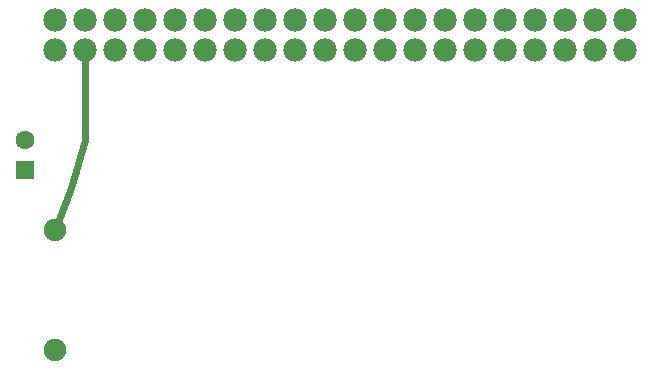
<source format=gtl>
G04 MADE WITH FRITZING*
G04 WWW.FRITZING.ORG*
G04 DOUBLE SIDED*
G04 HOLES PLATED*
G04 CONTOUR ON CENTER OF CONTOUR VECTOR*
%ASAXBY*%
%FSLAX23Y23*%
%MOIN*%
%OFA0B0*%
%SFA1.0B1.0*%
%ADD10C,0.077444*%
%ADD11C,0.075000*%
%ADD12C,0.062992*%
%ADD13R,0.062992X0.062992*%
%ADD14C,0.024000*%
%LNCOPPER1*%
G90*
G70*
G54D10*
X329Y1087D03*
X429Y1087D03*
X529Y1087D03*
X629Y1087D03*
X729Y1087D03*
X829Y1087D03*
X929Y1087D03*
X1029Y1087D03*
X1129Y1086D03*
X1229Y1087D03*
X1329Y1087D03*
X1429Y1087D03*
X1529Y1087D03*
X1629Y1087D03*
X1729Y1087D03*
X1829Y1087D03*
X1929Y1087D03*
X2029Y1087D03*
X2130Y1087D03*
X2229Y1087D03*
X2229Y1187D03*
X2130Y1187D03*
X2029Y1187D03*
X1929Y1187D03*
X1829Y1187D03*
X1729Y1187D03*
X1629Y1187D03*
X1529Y1187D03*
X1429Y1187D03*
X1329Y1187D03*
X1229Y1187D03*
X1129Y1187D03*
X1029Y1187D03*
X929Y1187D03*
X829Y1187D03*
X729Y1187D03*
X629Y1187D03*
X529Y1187D03*
X429Y1187D03*
X329Y1187D03*
G54D11*
X329Y487D03*
X329Y87D03*
G54D12*
X229Y687D03*
X229Y786D03*
G54D13*
X229Y687D03*
G54D14*
X429Y1057D02*
X428Y786D01*
D02*
X428Y786D02*
X381Y627D01*
D02*
X381Y627D02*
X339Y514D01*
G04 End of Copper1*
M02*
</source>
